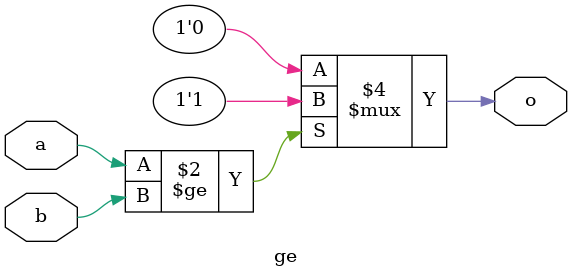
<source format=v>
`timescale 1ns / 1ps


module ge(
    input a,
    input b,
    output reg o
    );
    
    always @ (a or b) begin
        if (a >= b) o = 1;
        else o = 0;
    end
    
endmodule

</source>
